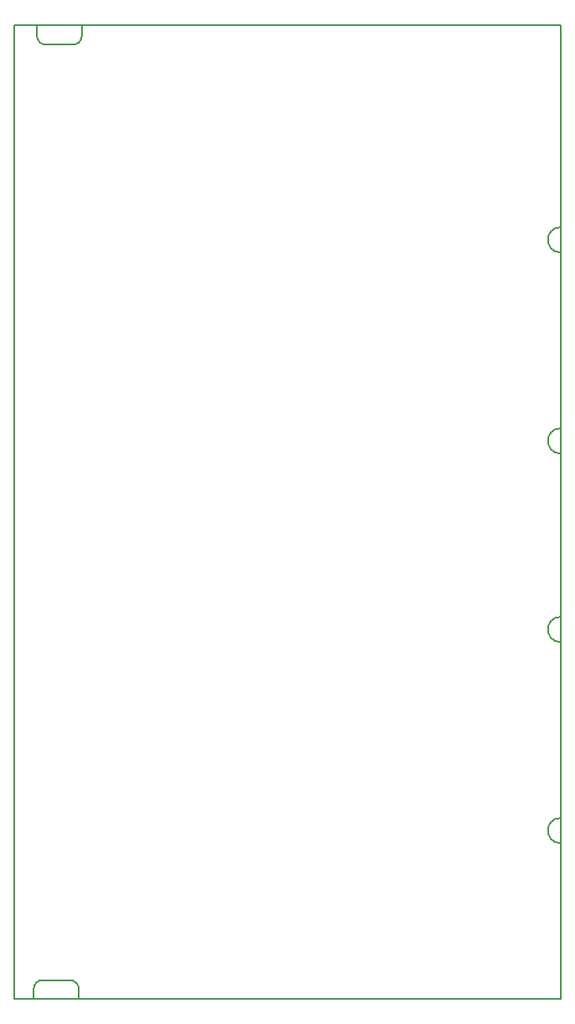
<source format=gbr>
G04 DipTrace 4.3.0.5*
G04 BoardOutline.gbr*
%MOMM*%
G04 #@! TF.FileFunction,Profile*
G04 #@! TF.Part,Single*
%ADD12C,0.14*%
%FSLAX35Y35*%
G04*
G71*
G90*
G75*
G01*
G04 BoardOutline*
%LPD*%
X-1714500Y9667700D2*
D12*
X3810000D1*
Y-174600D1*
X-1714500D1*
Y9667700D1*
X3810000Y7622500D2*
G03X3810000Y7368500I0J-127000D01*
G01*
Y5590500D2*
G03X3810000Y5336500I0J-127000D01*
G01*
Y3685500D2*
G03X3810000Y3431500I0J-127000D01*
G01*
Y1653503D2*
G03X3810000Y1399500I2J-127002D01*
G01*
X-1486803Y9556747D2*
G03X-1397000Y9466947I89800J0D01*
G01*
X-1031877Y9556750D2*
G02X-1121677Y9466947I-89800J-4D01*
G01*
X-1397000D2*
X-1121677D1*
X-1486803Y9652003D2*
Y9556747D1*
X-1031873Y9652000D2*
X-1031877Y9556750D1*
X-1518553Y-73920D2*
G02X-1428750Y15880I89805J-5D01*
G01*
X-1063627Y-73927D2*
G03X-1153427Y15880I-89805J1D01*
G01*
X-1428750D2*
X-1153427D1*
X-1518553Y-169180D2*
Y-73920D1*
X-1063623Y-169177D2*
X-1063627Y-73927D1*
M02*

</source>
